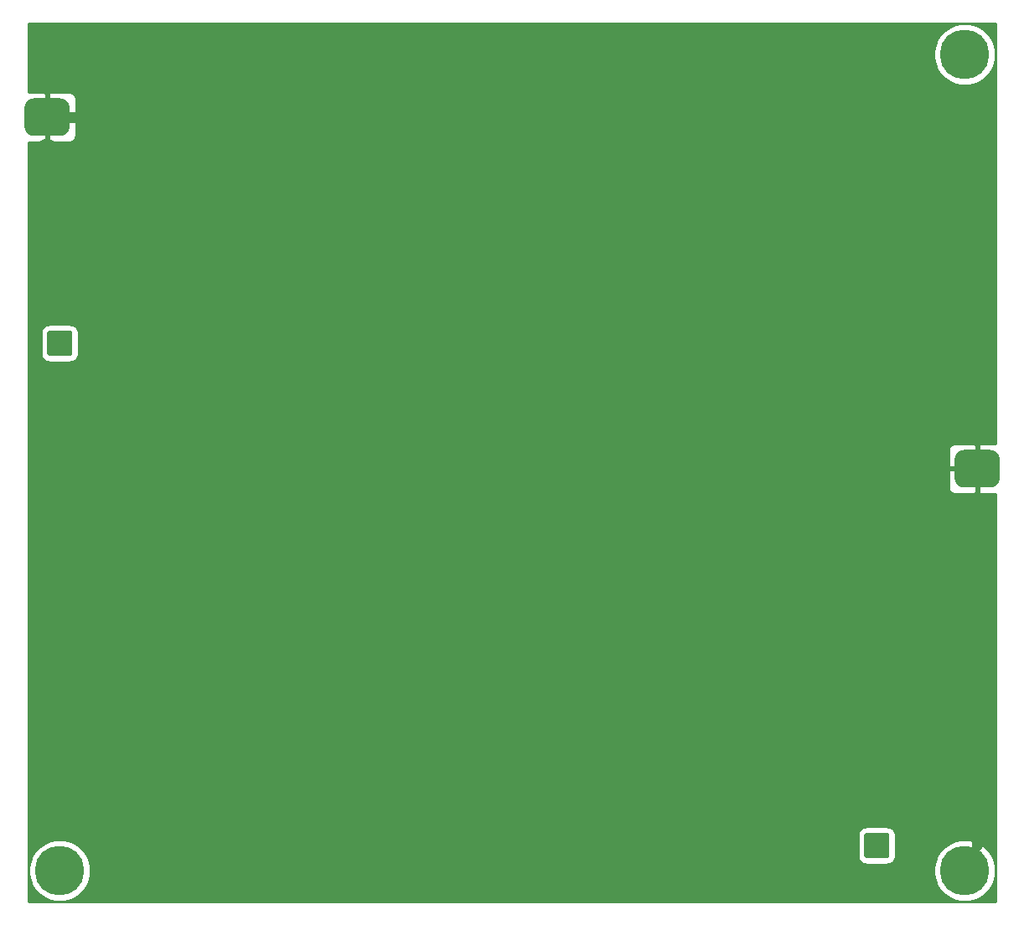
<source format=gbr>
%TF.GenerationSoftware,KiCad,Pcbnew,(5.1.12)-1*%
%TF.CreationDate,2021-12-02T17:45:38+10:30*%
%TF.ProjectId,SWR_02,5357525f-3032-42e6-9b69-6361645f7063,2*%
%TF.SameCoordinates,Original*%
%TF.FileFunction,Copper,L2,Bot*%
%TF.FilePolarity,Positive*%
%FSLAX46Y46*%
G04 Gerber Fmt 4.6, Leading zero omitted, Abs format (unit mm)*
G04 Created by KiCad (PCBNEW (5.1.12)-1) date 2021-12-02 17:45:38*
%MOMM*%
%LPD*%
G01*
G04 APERTURE LIST*
%TA.AperFunction,ConnectorPad*%
%ADD10C,5.000000*%
%TD*%
%TA.AperFunction,ComponentPad*%
%ADD11C,2.900000*%
%TD*%
%TA.AperFunction,ViaPad*%
%ADD12C,1.905000*%
%TD*%
%TA.AperFunction,Conductor*%
%ADD13C,0.250000*%
%TD*%
%TA.AperFunction,Conductor*%
%ADD14C,1.092200*%
%TD*%
%TA.AperFunction,Conductor*%
%ADD15C,1.016000*%
%TD*%
%TA.AperFunction,Conductor*%
%ADD16C,0.254000*%
%TD*%
%TA.AperFunction,Conductor*%
%ADD17C,0.100000*%
%TD*%
G04 APERTURE END LIST*
%TO.P,J2,2*%
%TO.N,GND*%
%TA.AperFunction,ConnectorPad*%
G36*
G01*
X145986500Y-69215000D02*
X148653500Y-69215000D01*
G75*
G02*
X149606000Y-70167500I0J-952500D01*
G01*
X149606000Y-72072500D01*
G75*
G02*
X148653500Y-73025000I-952500J0D01*
G01*
X145986500Y-73025000D01*
G75*
G02*
X145034000Y-72072500I0J952500D01*
G01*
X145034000Y-70167500D01*
G75*
G02*
X145986500Y-69215000I952500J0D01*
G01*
G37*
%TD.AperFunction*%
%TD*%
%TO.P,J1,2*%
%TO.N,GND*%
%TA.AperFunction,ConnectorPad*%
G36*
G01*
X54673500Y-37465000D02*
X52006500Y-37465000D01*
G75*
G02*
X51054000Y-36512500I0J952500D01*
G01*
X51054000Y-34607500D01*
G75*
G02*
X52006500Y-33655000I952500J0D01*
G01*
X54673500Y-33655000D01*
G75*
G02*
X55626000Y-34607500I0J-952500D01*
G01*
X55626000Y-36512500D01*
G75*
G02*
X54673500Y-37465000I-952500J0D01*
G01*
G37*
%TD.AperFunction*%
%TD*%
D10*
%TO.P,H2,1*%
%TO.N,N/C*%
X54610000Y-111760000D03*
D11*
X54610000Y-111760000D03*
%TD*%
D10*
%TO.P,H1,1*%
%TO.N,N/C*%
X146050000Y-29210000D03*
D11*
X146050000Y-29210000D03*
%TD*%
%TO.P,J3,1*%
%TO.N,/Fwd_Out*%
%TA.AperFunction,ComponentPad*%
G36*
G01*
X53335000Y-59445001D02*
X53335000Y-57394999D01*
G75*
G02*
X53584999Y-57145000I249999J0D01*
G01*
X55635001Y-57145000D01*
G75*
G02*
X55885000Y-57394999I0J-249999D01*
G01*
X55885000Y-59445001D01*
G75*
G02*
X55635001Y-59695000I-249999J0D01*
G01*
X53584999Y-59695000D01*
G75*
G02*
X53335000Y-59445001I0J249999D01*
G01*
G37*
%TD.AperFunction*%
%TD*%
%TO.P,J4,1*%
%TO.N,/Refl_Out*%
%TA.AperFunction,ComponentPad*%
G36*
G01*
X135885000Y-110245001D02*
X135885000Y-108194999D01*
G75*
G02*
X136134999Y-107945000I249999J0D01*
G01*
X138185001Y-107945000D01*
G75*
G02*
X138435000Y-108194999I0J-249999D01*
G01*
X138435000Y-110245001D01*
G75*
G02*
X138185001Y-110495000I-249999J0D01*
G01*
X136134999Y-110495000D01*
G75*
G02*
X135885000Y-110245001I0J249999D01*
G01*
G37*
%TD.AperFunction*%
%TD*%
%TO.P,H3,1*%
%TO.N,N/C*%
X146050000Y-111760000D03*
D10*
X146050000Y-111760000D03*
%TD*%
D12*
%TO.N,GND*%
X53340000Y-38735000D03*
X53340000Y-45720000D03*
X116840000Y-43180000D03*
X147320000Y-97790000D03*
X101600000Y-86360000D03*
X140335000Y-88265000D03*
%TD*%
D13*
%TO.N,GND*%
X131422812Y-105156000D02*
X79098812Y-52832000D01*
X146304000Y-105156000D02*
X131422812Y-105156000D01*
X64516000Y-52832000D02*
X51816000Y-52832000D01*
X79098812Y-52832000D02*
X64516000Y-52832000D01*
D14*
X101600000Y-53340000D02*
X82550000Y-53340000D01*
X82550000Y-53340000D02*
X64770000Y-35560000D01*
X64770000Y-35560000D02*
X53340000Y-35560000D01*
X143510000Y-93980000D02*
X147320000Y-97790000D01*
X147320000Y-97790000D02*
X147320000Y-109220000D01*
D15*
X99060000Y-104140000D02*
X88900000Y-93980000D01*
X144780000Y-104140000D02*
X99060000Y-104140000D01*
%TD*%
D16*
%TO.N,GND*%
X149200001Y-68577552D02*
X147605750Y-68580000D01*
X147447000Y-68738750D01*
X147447000Y-70993000D01*
X147467000Y-70993000D01*
X147467000Y-71247000D01*
X147447000Y-71247000D01*
X147447000Y-73501250D01*
X147605750Y-73660000D01*
X149200000Y-73662448D01*
X149200000Y-114910000D01*
X51460000Y-114910000D01*
X51460000Y-111451229D01*
X51475000Y-111451229D01*
X51475000Y-112068771D01*
X51595476Y-112674446D01*
X51831799Y-113244979D01*
X52174886Y-113758446D01*
X52611554Y-114195114D01*
X53125021Y-114538201D01*
X53695554Y-114774524D01*
X54301229Y-114895000D01*
X54918771Y-114895000D01*
X55524446Y-114774524D01*
X56094979Y-114538201D01*
X56608446Y-114195114D01*
X57045114Y-113758446D01*
X57388201Y-113244979D01*
X57624524Y-112674446D01*
X57745000Y-112068771D01*
X57745000Y-111451229D01*
X142915000Y-111451229D01*
X142915000Y-112068771D01*
X143035476Y-112674446D01*
X143271799Y-113244979D01*
X143614886Y-113758446D01*
X144051554Y-114195114D01*
X144565021Y-114538201D01*
X145135554Y-114774524D01*
X145741229Y-114895000D01*
X146358771Y-114895000D01*
X146964446Y-114774524D01*
X147534979Y-114538201D01*
X148048446Y-114195114D01*
X148485114Y-113758446D01*
X148828201Y-113244979D01*
X149064524Y-112674446D01*
X149185000Y-112068771D01*
X149185000Y-111451229D01*
X149064524Y-110845554D01*
X148828201Y-110275021D01*
X148485114Y-109761554D01*
X148048446Y-109324886D01*
X147534979Y-108981799D01*
X146964446Y-108745476D01*
X146358771Y-108625000D01*
X145741229Y-108625000D01*
X145135554Y-108745476D01*
X144565021Y-108981799D01*
X144051554Y-109324886D01*
X143614886Y-109761554D01*
X143271799Y-110275021D01*
X143035476Y-110845554D01*
X142915000Y-111451229D01*
X57745000Y-111451229D01*
X57624524Y-110845554D01*
X57388201Y-110275021D01*
X57045114Y-109761554D01*
X56608446Y-109324886D01*
X56094979Y-108981799D01*
X55524446Y-108745476D01*
X54918771Y-108625000D01*
X54301229Y-108625000D01*
X53695554Y-108745476D01*
X53125021Y-108981799D01*
X52611554Y-109324886D01*
X52174886Y-109761554D01*
X51831799Y-110275021D01*
X51595476Y-110845554D01*
X51475000Y-111451229D01*
X51460000Y-111451229D01*
X51460000Y-108194999D01*
X135246928Y-108194999D01*
X135246928Y-110245001D01*
X135263992Y-110418255D01*
X135314528Y-110584851D01*
X135396595Y-110738387D01*
X135507038Y-110872962D01*
X135641613Y-110983405D01*
X135795149Y-111065472D01*
X135961745Y-111116008D01*
X136134999Y-111133072D01*
X138185001Y-111133072D01*
X138358255Y-111116008D01*
X138524851Y-111065472D01*
X138678387Y-110983405D01*
X138812962Y-110872962D01*
X138923405Y-110738387D01*
X139005472Y-110584851D01*
X139056008Y-110418255D01*
X139073072Y-110245001D01*
X139073072Y-108194999D01*
X139056008Y-108021745D01*
X139005472Y-107855149D01*
X138923405Y-107701613D01*
X138812962Y-107567038D01*
X138678387Y-107456595D01*
X138524851Y-107374528D01*
X138358255Y-107323992D01*
X138185001Y-107306928D01*
X136134999Y-107306928D01*
X135961745Y-107323992D01*
X135795149Y-107374528D01*
X135641613Y-107456595D01*
X135507038Y-107567038D01*
X135396595Y-107701613D01*
X135314528Y-107855149D01*
X135263992Y-108021745D01*
X135246928Y-108194999D01*
X51460000Y-108194999D01*
X51460000Y-73025000D01*
X144395928Y-73025000D01*
X144408188Y-73149482D01*
X144444498Y-73269180D01*
X144503463Y-73379494D01*
X144582815Y-73476185D01*
X144679506Y-73555537D01*
X144789820Y-73614502D01*
X144909518Y-73650812D01*
X145034000Y-73663072D01*
X147034250Y-73660000D01*
X147193000Y-73501250D01*
X147193000Y-71247000D01*
X144557750Y-71247000D01*
X144399000Y-71405750D01*
X144395928Y-73025000D01*
X51460000Y-73025000D01*
X51460000Y-69215000D01*
X144395928Y-69215000D01*
X144399000Y-70834250D01*
X144557750Y-70993000D01*
X147193000Y-70993000D01*
X147193000Y-68738750D01*
X147034250Y-68580000D01*
X145034000Y-68576928D01*
X144909518Y-68589188D01*
X144789820Y-68625498D01*
X144679506Y-68684463D01*
X144582815Y-68763815D01*
X144503463Y-68860506D01*
X144444498Y-68970820D01*
X144408188Y-69090518D01*
X144395928Y-69215000D01*
X51460000Y-69215000D01*
X51460000Y-57394999D01*
X52696928Y-57394999D01*
X52696928Y-59445001D01*
X52713992Y-59618255D01*
X52764528Y-59784851D01*
X52846595Y-59938387D01*
X52957038Y-60072962D01*
X53091613Y-60183405D01*
X53245149Y-60265472D01*
X53411745Y-60316008D01*
X53584999Y-60333072D01*
X55635001Y-60333072D01*
X55808255Y-60316008D01*
X55974851Y-60265472D01*
X56128387Y-60183405D01*
X56262962Y-60072962D01*
X56373405Y-59938387D01*
X56455472Y-59784851D01*
X56506008Y-59618255D01*
X56523072Y-59445001D01*
X56523072Y-57394999D01*
X56506008Y-57221745D01*
X56455472Y-57055149D01*
X56373405Y-56901613D01*
X56262962Y-56767038D01*
X56128387Y-56656595D01*
X55974851Y-56574528D01*
X55808255Y-56523992D01*
X55635001Y-56506928D01*
X53584999Y-56506928D01*
X53411745Y-56523992D01*
X53245149Y-56574528D01*
X53091613Y-56656595D01*
X52957038Y-56767038D01*
X52846595Y-56901613D01*
X52764528Y-57055149D01*
X52713992Y-57221745D01*
X52696928Y-57394999D01*
X51460000Y-57394999D01*
X51460000Y-38102448D01*
X53054250Y-38100000D01*
X53213000Y-37941250D01*
X53213000Y-35687000D01*
X53467000Y-35687000D01*
X53467000Y-37941250D01*
X53625750Y-38100000D01*
X55626000Y-38103072D01*
X55750482Y-38090812D01*
X55870180Y-38054502D01*
X55980494Y-37995537D01*
X56077185Y-37916185D01*
X56156537Y-37819494D01*
X56215502Y-37709180D01*
X56251812Y-37589482D01*
X56264072Y-37465000D01*
X56261000Y-35845750D01*
X56102250Y-35687000D01*
X53467000Y-35687000D01*
X53213000Y-35687000D01*
X53193000Y-35687000D01*
X53193000Y-35433000D01*
X53213000Y-35433000D01*
X53213000Y-33178750D01*
X53467000Y-33178750D01*
X53467000Y-35433000D01*
X56102250Y-35433000D01*
X56261000Y-35274250D01*
X56264072Y-33655000D01*
X56251812Y-33530518D01*
X56215502Y-33410820D01*
X56156537Y-33300506D01*
X56077185Y-33203815D01*
X55980494Y-33124463D01*
X55870180Y-33065498D01*
X55750482Y-33029188D01*
X55626000Y-33016928D01*
X53625750Y-33020000D01*
X53467000Y-33178750D01*
X53213000Y-33178750D01*
X53054250Y-33020000D01*
X51460000Y-33017552D01*
X51460000Y-28901229D01*
X142915000Y-28901229D01*
X142915000Y-29518771D01*
X143035476Y-30124446D01*
X143271799Y-30694979D01*
X143614886Y-31208446D01*
X144051554Y-31645114D01*
X144565021Y-31988201D01*
X145135554Y-32224524D01*
X145741229Y-32345000D01*
X146358771Y-32345000D01*
X146964446Y-32224524D01*
X147534979Y-31988201D01*
X148048446Y-31645114D01*
X148485114Y-31208446D01*
X148828201Y-30694979D01*
X149064524Y-30124446D01*
X149185000Y-29518771D01*
X149185000Y-28901229D01*
X149064524Y-28295554D01*
X148828201Y-27725021D01*
X148485114Y-27211554D01*
X148048446Y-26774886D01*
X147534979Y-26431799D01*
X146964446Y-26195476D01*
X146358771Y-26075000D01*
X145741229Y-26075000D01*
X145135554Y-26195476D01*
X144565021Y-26431799D01*
X144051554Y-26774886D01*
X143614886Y-27211554D01*
X143271799Y-27725021D01*
X143035476Y-28295554D01*
X142915000Y-28901229D01*
X51460000Y-28901229D01*
X51460000Y-26060000D01*
X149200001Y-26060000D01*
X149200001Y-68577552D01*
%TA.AperFunction,Conductor*%
D17*
G36*
X149200001Y-68577552D02*
G01*
X147605750Y-68580000D01*
X147447000Y-68738750D01*
X147447000Y-70993000D01*
X147467000Y-70993000D01*
X147467000Y-71247000D01*
X147447000Y-71247000D01*
X147447000Y-73501250D01*
X147605750Y-73660000D01*
X149200000Y-73662448D01*
X149200000Y-114910000D01*
X51460000Y-114910000D01*
X51460000Y-111451229D01*
X51475000Y-111451229D01*
X51475000Y-112068771D01*
X51595476Y-112674446D01*
X51831799Y-113244979D01*
X52174886Y-113758446D01*
X52611554Y-114195114D01*
X53125021Y-114538201D01*
X53695554Y-114774524D01*
X54301229Y-114895000D01*
X54918771Y-114895000D01*
X55524446Y-114774524D01*
X56094979Y-114538201D01*
X56608446Y-114195114D01*
X57045114Y-113758446D01*
X57388201Y-113244979D01*
X57624524Y-112674446D01*
X57745000Y-112068771D01*
X57745000Y-111451229D01*
X142915000Y-111451229D01*
X142915000Y-112068771D01*
X143035476Y-112674446D01*
X143271799Y-113244979D01*
X143614886Y-113758446D01*
X144051554Y-114195114D01*
X144565021Y-114538201D01*
X145135554Y-114774524D01*
X145741229Y-114895000D01*
X146358771Y-114895000D01*
X146964446Y-114774524D01*
X147534979Y-114538201D01*
X148048446Y-114195114D01*
X148485114Y-113758446D01*
X148828201Y-113244979D01*
X149064524Y-112674446D01*
X149185000Y-112068771D01*
X149185000Y-111451229D01*
X149064524Y-110845554D01*
X148828201Y-110275021D01*
X148485114Y-109761554D01*
X148048446Y-109324886D01*
X147534979Y-108981799D01*
X146964446Y-108745476D01*
X146358771Y-108625000D01*
X145741229Y-108625000D01*
X145135554Y-108745476D01*
X144565021Y-108981799D01*
X144051554Y-109324886D01*
X143614886Y-109761554D01*
X143271799Y-110275021D01*
X143035476Y-110845554D01*
X142915000Y-111451229D01*
X57745000Y-111451229D01*
X57624524Y-110845554D01*
X57388201Y-110275021D01*
X57045114Y-109761554D01*
X56608446Y-109324886D01*
X56094979Y-108981799D01*
X55524446Y-108745476D01*
X54918771Y-108625000D01*
X54301229Y-108625000D01*
X53695554Y-108745476D01*
X53125021Y-108981799D01*
X52611554Y-109324886D01*
X52174886Y-109761554D01*
X51831799Y-110275021D01*
X51595476Y-110845554D01*
X51475000Y-111451229D01*
X51460000Y-111451229D01*
X51460000Y-108194999D01*
X135246928Y-108194999D01*
X135246928Y-110245001D01*
X135263992Y-110418255D01*
X135314528Y-110584851D01*
X135396595Y-110738387D01*
X135507038Y-110872962D01*
X135641613Y-110983405D01*
X135795149Y-111065472D01*
X135961745Y-111116008D01*
X136134999Y-111133072D01*
X138185001Y-111133072D01*
X138358255Y-111116008D01*
X138524851Y-111065472D01*
X138678387Y-110983405D01*
X138812962Y-110872962D01*
X138923405Y-110738387D01*
X139005472Y-110584851D01*
X139056008Y-110418255D01*
X139073072Y-110245001D01*
X139073072Y-108194999D01*
X139056008Y-108021745D01*
X139005472Y-107855149D01*
X138923405Y-107701613D01*
X138812962Y-107567038D01*
X138678387Y-107456595D01*
X138524851Y-107374528D01*
X138358255Y-107323992D01*
X138185001Y-107306928D01*
X136134999Y-107306928D01*
X135961745Y-107323992D01*
X135795149Y-107374528D01*
X135641613Y-107456595D01*
X135507038Y-107567038D01*
X135396595Y-107701613D01*
X135314528Y-107855149D01*
X135263992Y-108021745D01*
X135246928Y-108194999D01*
X51460000Y-108194999D01*
X51460000Y-73025000D01*
X144395928Y-73025000D01*
X144408188Y-73149482D01*
X144444498Y-73269180D01*
X144503463Y-73379494D01*
X144582815Y-73476185D01*
X144679506Y-73555537D01*
X144789820Y-73614502D01*
X144909518Y-73650812D01*
X145034000Y-73663072D01*
X147034250Y-73660000D01*
X147193000Y-73501250D01*
X147193000Y-71247000D01*
X144557750Y-71247000D01*
X144399000Y-71405750D01*
X144395928Y-73025000D01*
X51460000Y-73025000D01*
X51460000Y-69215000D01*
X144395928Y-69215000D01*
X144399000Y-70834250D01*
X144557750Y-70993000D01*
X147193000Y-70993000D01*
X147193000Y-68738750D01*
X147034250Y-68580000D01*
X145034000Y-68576928D01*
X144909518Y-68589188D01*
X144789820Y-68625498D01*
X144679506Y-68684463D01*
X144582815Y-68763815D01*
X144503463Y-68860506D01*
X144444498Y-68970820D01*
X144408188Y-69090518D01*
X144395928Y-69215000D01*
X51460000Y-69215000D01*
X51460000Y-57394999D01*
X52696928Y-57394999D01*
X52696928Y-59445001D01*
X52713992Y-59618255D01*
X52764528Y-59784851D01*
X52846595Y-59938387D01*
X52957038Y-60072962D01*
X53091613Y-60183405D01*
X53245149Y-60265472D01*
X53411745Y-60316008D01*
X53584999Y-60333072D01*
X55635001Y-60333072D01*
X55808255Y-60316008D01*
X55974851Y-60265472D01*
X56128387Y-60183405D01*
X56262962Y-60072962D01*
X56373405Y-59938387D01*
X56455472Y-59784851D01*
X56506008Y-59618255D01*
X56523072Y-59445001D01*
X56523072Y-57394999D01*
X56506008Y-57221745D01*
X56455472Y-57055149D01*
X56373405Y-56901613D01*
X56262962Y-56767038D01*
X56128387Y-56656595D01*
X55974851Y-56574528D01*
X55808255Y-56523992D01*
X55635001Y-56506928D01*
X53584999Y-56506928D01*
X53411745Y-56523992D01*
X53245149Y-56574528D01*
X53091613Y-56656595D01*
X52957038Y-56767038D01*
X52846595Y-56901613D01*
X52764528Y-57055149D01*
X52713992Y-57221745D01*
X52696928Y-57394999D01*
X51460000Y-57394999D01*
X51460000Y-38102448D01*
X53054250Y-38100000D01*
X53213000Y-37941250D01*
X53213000Y-35687000D01*
X53467000Y-35687000D01*
X53467000Y-37941250D01*
X53625750Y-38100000D01*
X55626000Y-38103072D01*
X55750482Y-38090812D01*
X55870180Y-38054502D01*
X55980494Y-37995537D01*
X56077185Y-37916185D01*
X56156537Y-37819494D01*
X56215502Y-37709180D01*
X56251812Y-37589482D01*
X56264072Y-37465000D01*
X56261000Y-35845750D01*
X56102250Y-35687000D01*
X53467000Y-35687000D01*
X53213000Y-35687000D01*
X53193000Y-35687000D01*
X53193000Y-35433000D01*
X53213000Y-35433000D01*
X53213000Y-33178750D01*
X53467000Y-33178750D01*
X53467000Y-35433000D01*
X56102250Y-35433000D01*
X56261000Y-35274250D01*
X56264072Y-33655000D01*
X56251812Y-33530518D01*
X56215502Y-33410820D01*
X56156537Y-33300506D01*
X56077185Y-33203815D01*
X55980494Y-33124463D01*
X55870180Y-33065498D01*
X55750482Y-33029188D01*
X55626000Y-33016928D01*
X53625750Y-33020000D01*
X53467000Y-33178750D01*
X53213000Y-33178750D01*
X53054250Y-33020000D01*
X51460000Y-33017552D01*
X51460000Y-28901229D01*
X142915000Y-28901229D01*
X142915000Y-29518771D01*
X143035476Y-30124446D01*
X143271799Y-30694979D01*
X143614886Y-31208446D01*
X144051554Y-31645114D01*
X144565021Y-31988201D01*
X145135554Y-32224524D01*
X145741229Y-32345000D01*
X146358771Y-32345000D01*
X146964446Y-32224524D01*
X147534979Y-31988201D01*
X148048446Y-31645114D01*
X148485114Y-31208446D01*
X148828201Y-30694979D01*
X149064524Y-30124446D01*
X149185000Y-29518771D01*
X149185000Y-28901229D01*
X149064524Y-28295554D01*
X148828201Y-27725021D01*
X148485114Y-27211554D01*
X148048446Y-26774886D01*
X147534979Y-26431799D01*
X146964446Y-26195476D01*
X146358771Y-26075000D01*
X145741229Y-26075000D01*
X145135554Y-26195476D01*
X144565021Y-26431799D01*
X144051554Y-26774886D01*
X143614886Y-27211554D01*
X143271799Y-27725021D01*
X143035476Y-28295554D01*
X142915000Y-28901229D01*
X51460000Y-28901229D01*
X51460000Y-26060000D01*
X149200001Y-26060000D01*
X149200001Y-68577552D01*
G37*
%TD.AperFunction*%
%TD*%
M02*

</source>
